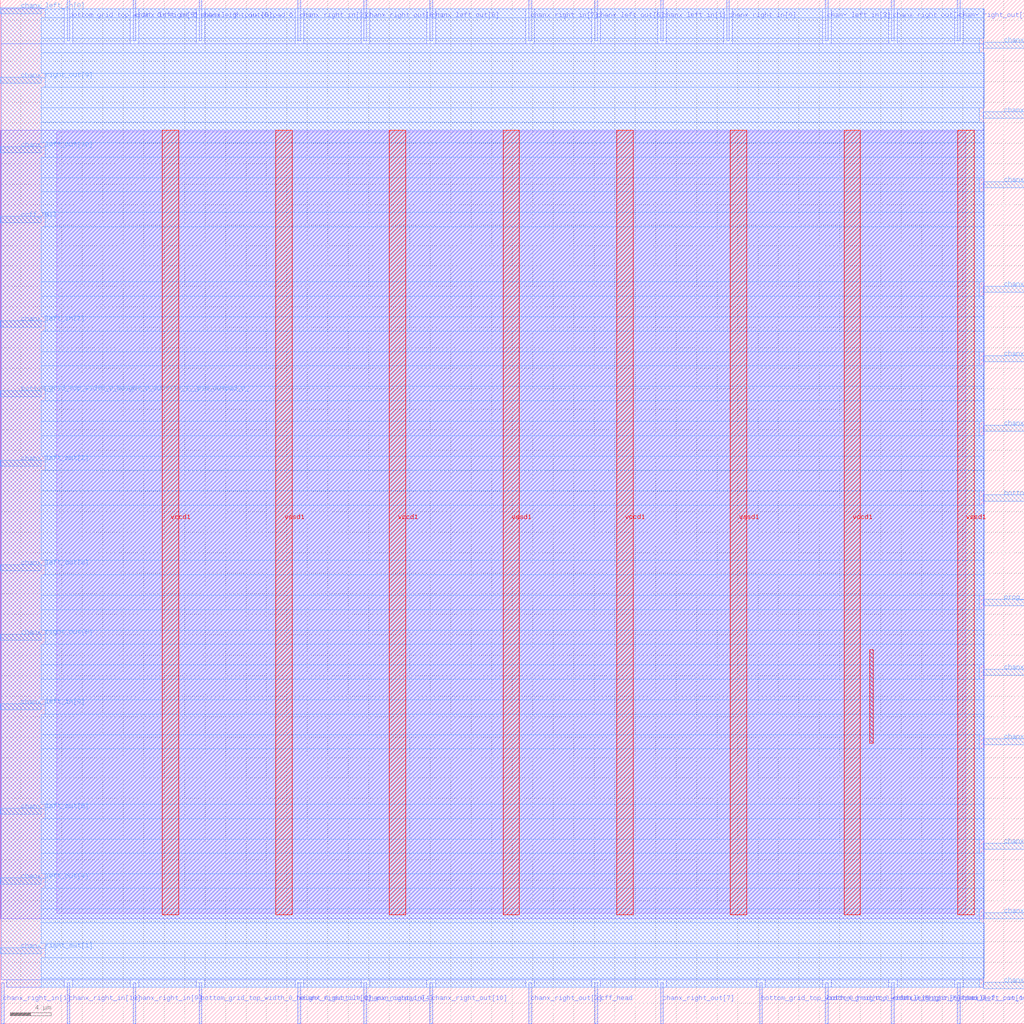
<source format=lef>
VERSION 5.7 ;
  NOWIREEXTENSIONATPIN ON ;
  DIVIDERCHAR "/" ;
  BUSBITCHARS "[]" ;
MACRO cbx_1__0_
  CLASS BLOCK ;
  FOREIGN cbx_1__0_ ;
  ORIGIN 0.000 0.000 ;
  SIZE 100.000 BY 100.000 ;
  PIN bottom_grid_top_width_0_height_0_subtile_0__pin_outpad_0_
    PORT
      LAYER met2 ;
        RECT 19.410 0.000 19.690 4.000 ;
    END
  END bottom_grid_top_width_0_height_0_subtile_0__pin_outpad_0_
  PIN bottom_grid_top_width_0_height_0_subtile_1__pin_outpad_0_
    PORT
      LAYER met3 ;
        RECT 0.000 61.240 4.000 61.840 ;
    END
  END bottom_grid_top_width_0_height_0_subtile_1__pin_outpad_0_
  PIN bottom_grid_top_width_0_height_0_subtile_2__pin_outpad_0_
    PORT
      LAYER met2 ;
        RECT 80.590 0.000 80.870 4.000 ;
    END
  END bottom_grid_top_width_0_height_0_subtile_2__pin_outpad_0_
  PIN bottom_grid_top_width_0_height_0_subtile_3__pin_outpad_0_
    PORT
      LAYER met2 ;
        RECT 6.530 96.000 6.810 100.000 ;
    END
  END bottom_grid_top_width_0_height_0_subtile_3__pin_outpad_0_
  PIN bottom_grid_top_width_0_height_0_subtile_4__pin_outpad_0_
    PORT
      LAYER met3 ;
        RECT 96.000 51.040 100.000 51.640 ;
    END
  END bottom_grid_top_width_0_height_0_subtile_4__pin_outpad_0_
  PIN bottom_grid_top_width_0_height_0_subtile_5__pin_outpad_0_
    PORT
      LAYER met2 ;
        RECT 74.150 0.000 74.430 4.000 ;
    END
  END bottom_grid_top_width_0_height_0_subtile_5__pin_outpad_0_
  PIN ccff_head
    PORT
      LAYER met2 ;
        RECT 58.050 0.000 58.330 4.000 ;
    END
  END ccff_head
  PIN ccff_tail
    PORT
      LAYER met3 ;
        RECT 0.000 78.240 4.000 78.840 ;
    END
  END ccff_tail
  PIN chanx_left_in[0]
    PORT
      LAYER met3 ;
        RECT 0.000 98.640 4.000 99.240 ;
    END
  END chanx_left_in[0]
  PIN chanx_left_in[10]
    PORT
      LAYER met3 ;
        RECT 96.000 10.240 100.000 10.840 ;
    END
  END chanx_left_in[10]
  PIN chanx_left_in[1]
    PORT
      LAYER met2 ;
        RECT 64.490 96.000 64.770 100.000 ;
    END
  END chanx_left_in[1]
  PIN chanx_left_in[2]
    PORT
      LAYER met3 ;
        RECT 96.000 3.440 100.000 4.040 ;
    END
  END chanx_left_in[2]
  PIN chanx_left_in[3]
    PORT
      LAYER met2 ;
        RECT 80.590 96.000 80.870 100.000 ;
    END
  END chanx_left_in[3]
  PIN chanx_left_in[4]
    PORT
      LAYER met3 ;
        RECT 96.000 17.040 100.000 17.640 ;
    END
  END chanx_left_in[4]
  PIN chanx_left_in[5]
    PORT
      LAYER met2 ;
        RECT 12.970 96.000 13.250 100.000 ;
    END
  END chanx_left_in[5]
  PIN chanx_left_in[6]
    PORT
      LAYER met3 ;
        RECT 96.000 27.240 100.000 27.840 ;
    END
  END chanx_left_in[6]
  PIN chanx_left_in[7]
    PORT
      LAYER met3 ;
        RECT 0.000 68.040 4.000 68.640 ;
    END
  END chanx_left_in[7]
  PIN chanx_left_in[8]
    PORT
      LAYER met3 ;
        RECT 96.000 88.440 100.000 89.040 ;
    END
  END chanx_left_in[8]
  PIN chanx_left_in[9]
    PORT
      LAYER met3 ;
        RECT 0.000 30.640 4.000 31.240 ;
    END
  END chanx_left_in[9]
  PIN chanx_left_out[0]
    PORT
      LAYER met3 ;
        RECT 0.000 44.240 4.000 44.840 ;
    END
  END chanx_left_out[0]
  PIN chanx_left_out[10]
    PORT
      LAYER met3 ;
        RECT 0.000 85.040 4.000 85.640 ;
    END
  END chanx_left_out[10]
  PIN chanx_left_out[1]
    PORT
      LAYER met2 ;
        RECT 93.470 0.000 93.750 4.000 ;
    END
  END chanx_left_out[1]
  PIN chanx_left_out[2]
    PORT
      LAYER met3 ;
        RECT 0.000 54.440 4.000 55.040 ;
    END
  END chanx_left_out[2]
  PIN chanx_left_out[3]
    PORT
      LAYER met3 ;
        RECT 96.000 71.440 100.000 72.040 ;
    END
  END chanx_left_out[3]
  PIN chanx_left_out[4]
    PORT
      LAYER met3 ;
        RECT 0.000 13.640 4.000 14.240 ;
    END
  END chanx_left_out[4]
  PIN chanx_left_out[5]
    PORT
      LAYER met2 ;
        RECT 58.050 96.000 58.330 100.000 ;
    END
  END chanx_left_out[5]
  PIN chanx_left_out[6]
    PORT
      LAYER met3 ;
        RECT 0.000 20.440 4.000 21.040 ;
    END
  END chanx_left_out[6]
  PIN chanx_left_out[7]
    PORT
      LAYER met3 ;
        RECT 96.000 95.240 100.000 95.840 ;
    END
  END chanx_left_out[7]
  PIN chanx_left_out[8]
    PORT
      LAYER met2 ;
        RECT 41.950 96.000 42.230 100.000 ;
    END
  END chanx_left_out[8]
  PIN chanx_left_out[9]
    PORT
      LAYER met3 ;
        RECT 96.000 57.840 100.000 58.440 ;
    END
  END chanx_left_out[9]
  PIN chanx_right_in[0]
    PORT
      LAYER met2 ;
        RECT 70.930 96.000 71.210 100.000 ;
    END
  END chanx_right_in[0]
  PIN chanx_right_in[10]
    PORT
      LAYER met2 ;
        RECT 6.530 0.000 6.810 4.000 ;
    END
  END chanx_right_in[10]
  PIN chanx_right_in[1]
    PORT
      LAYER met2 ;
        RECT 0.090 0.000 0.370 4.000 ;
    END
  END chanx_right_in[1]
  PIN chanx_right_in[2]
    PORT
      LAYER met2 ;
        RECT 29.070 96.000 29.350 100.000 ;
    END
  END chanx_right_in[2]
  PIN chanx_right_in[3]
    PORT
      LAYER met3 ;
        RECT 96.000 81.640 100.000 82.240 ;
    END
  END chanx_right_in[3]
  PIN chanx_right_in[4]
    PORT
      LAYER met2 ;
        RECT 35.510 0.000 35.790 4.000 ;
    END
  END chanx_right_in[4]
  PIN chanx_right_in[5]
    PORT
      LAYER met3 ;
        RECT 96.000 64.640 100.000 65.240 ;
    END
  END chanx_right_in[5]
  PIN chanx_right_in[6]
    PORT
      LAYER met2 ;
        RECT 87.030 0.000 87.310 4.000 ;
    END
  END chanx_right_in[6]
  PIN chanx_right_in[7]
    PORT
      LAYER met2 ;
        RECT 51.610 96.000 51.890 100.000 ;
    END
  END chanx_right_in[7]
  PIN chanx_right_in[8]
    PORT
      LAYER met3 ;
        RECT 96.000 34.040 100.000 34.640 ;
    END
  END chanx_right_in[8]
  PIN chanx_right_in[9]
    PORT
      LAYER met2 ;
        RECT 12.970 0.000 13.250 4.000 ;
    END
  END chanx_right_in[9]
  PIN chanx_right_out[0]
    PORT
      LAYER met2 ;
        RECT 29.070 0.000 29.350 4.000 ;
    END
  END chanx_right_out[0]
  PIN chanx_right_out[10]
    PORT
      LAYER met2 ;
        RECT 41.950 0.000 42.230 4.000 ;
    END
  END chanx_right_out[10]
  PIN chanx_right_out[1]
    PORT
      LAYER met3 ;
        RECT 0.000 6.840 4.000 7.440 ;
    END
  END chanx_right_out[1]
  PIN chanx_right_out[2]
    PORT
      LAYER met2 ;
        RECT 51.610 0.000 51.890 4.000 ;
    END
  END chanx_right_out[2]
  PIN chanx_right_out[3]
    PORT
      LAYER met2 ;
        RECT 93.470 96.000 93.750 100.000 ;
    END
  END chanx_right_out[3]
  PIN chanx_right_out[4]
    PORT
      LAYER met2 ;
        RECT 87.030 96.000 87.310 100.000 ;
    END
  END chanx_right_out[4]
  PIN chanx_right_out[5]
    PORT
      LAYER met2 ;
        RECT 19.410 96.000 19.690 100.000 ;
    END
  END chanx_right_out[5]
  PIN chanx_right_out[6]
    PORT
      LAYER met2 ;
        RECT 35.510 96.000 35.790 100.000 ;
    END
  END chanx_right_out[6]
  PIN chanx_right_out[7]
    PORT
      LAYER met2 ;
        RECT 64.490 0.000 64.770 4.000 ;
    END
  END chanx_right_out[7]
  PIN chanx_right_out[8]
    PORT
      LAYER met3 ;
        RECT 0.000 37.440 4.000 38.040 ;
    END
  END chanx_right_out[8]
  PIN chanx_right_out[9]
    PORT
      LAYER met3 ;
        RECT 0.000 91.840 4.000 92.440 ;
    END
  END chanx_right_out[9]
  PIN prog_clk
    PORT
      LAYER met3 ;
        RECT 96.000 40.840 100.000 41.440 ;
    END
  END prog_clk
  PIN vccd1
    PORT
      LAYER met4 ;
        RECT 82.400 10.640 84.000 87.280 ;
    END
    PORT
      LAYER met4 ;
        RECT 60.205 10.640 61.805 87.280 ;
    END
    PORT
      LAYER met4 ;
        RECT 38.010 10.640 39.610 87.280 ;
    END
    PORT
      LAYER met4 ;
        RECT 15.815 10.640 17.415 87.280 ;
    END
  END vccd1
  PIN vssd1
    PORT
      LAYER met4 ;
        RECT 93.495 10.640 95.095 87.280 ;
    END
    PORT
      LAYER met4 ;
        RECT 71.300 10.640 72.900 87.280 ;
    END
    PORT
      LAYER met4 ;
        RECT 49.105 10.640 50.705 87.280 ;
    END
    PORT
      LAYER met4 ;
        RECT 26.910 10.640 28.510 87.280 ;
    END
  END vssd1
  OBS
      LAYER li1 ;
        RECT 5.520 10.795 94.300 87.125 ;
      LAYER met1 ;
        RECT 0.070 10.240 96.070 87.280 ;
      LAYER met2 ;
        RECT 0.100 95.720 6.250 99.125 ;
        RECT 7.090 95.720 12.690 99.125 ;
        RECT 13.530 95.720 19.130 99.125 ;
        RECT 19.970 95.720 28.790 99.125 ;
        RECT 29.630 95.720 35.230 99.125 ;
        RECT 36.070 95.720 41.670 99.125 ;
        RECT 42.510 95.720 51.330 99.125 ;
        RECT 52.170 95.720 57.770 99.125 ;
        RECT 58.610 95.720 64.210 99.125 ;
        RECT 65.050 95.720 70.650 99.125 ;
        RECT 71.490 95.720 80.310 99.125 ;
        RECT 81.150 95.720 86.750 99.125 ;
        RECT 87.590 95.720 93.190 99.125 ;
        RECT 94.030 95.720 96.050 99.125 ;
        RECT 0.100 4.280 96.050 95.720 ;
        RECT 0.650 3.555 6.250 4.280 ;
        RECT 7.090 3.555 12.690 4.280 ;
        RECT 13.530 3.555 19.130 4.280 ;
        RECT 19.970 3.555 28.790 4.280 ;
        RECT 29.630 3.555 35.230 4.280 ;
        RECT 36.070 3.555 41.670 4.280 ;
        RECT 42.510 3.555 51.330 4.280 ;
        RECT 52.170 3.555 57.770 4.280 ;
        RECT 58.610 3.555 64.210 4.280 ;
        RECT 65.050 3.555 73.870 4.280 ;
        RECT 74.710 3.555 80.310 4.280 ;
        RECT 81.150 3.555 86.750 4.280 ;
        RECT 87.590 3.555 93.190 4.280 ;
        RECT 94.030 3.555 96.050 4.280 ;
      LAYER met3 ;
        RECT 4.400 98.240 96.075 99.105 ;
        RECT 4.000 96.240 96.075 98.240 ;
        RECT 4.000 94.840 95.600 96.240 ;
        RECT 4.000 92.840 96.075 94.840 ;
        RECT 4.400 91.440 96.075 92.840 ;
        RECT 4.000 89.440 96.075 91.440 ;
        RECT 4.000 88.040 95.600 89.440 ;
        RECT 4.000 86.040 96.075 88.040 ;
        RECT 4.400 84.640 96.075 86.040 ;
        RECT 4.000 82.640 96.075 84.640 ;
        RECT 4.000 81.240 95.600 82.640 ;
        RECT 4.000 79.240 96.075 81.240 ;
        RECT 4.400 77.840 96.075 79.240 ;
        RECT 4.000 72.440 96.075 77.840 ;
        RECT 4.000 71.040 95.600 72.440 ;
        RECT 4.000 69.040 96.075 71.040 ;
        RECT 4.400 67.640 96.075 69.040 ;
        RECT 4.000 65.640 96.075 67.640 ;
        RECT 4.000 64.240 95.600 65.640 ;
        RECT 4.000 62.240 96.075 64.240 ;
        RECT 4.400 60.840 96.075 62.240 ;
        RECT 4.000 58.840 96.075 60.840 ;
        RECT 4.000 57.440 95.600 58.840 ;
        RECT 4.000 55.440 96.075 57.440 ;
        RECT 4.400 54.040 96.075 55.440 ;
        RECT 4.000 52.040 96.075 54.040 ;
        RECT 4.000 50.640 95.600 52.040 ;
        RECT 4.000 45.240 96.075 50.640 ;
        RECT 4.400 43.840 96.075 45.240 ;
        RECT 4.000 41.840 96.075 43.840 ;
        RECT 4.000 40.440 95.600 41.840 ;
        RECT 4.000 38.440 96.075 40.440 ;
        RECT 4.400 37.040 96.075 38.440 ;
        RECT 4.000 35.040 96.075 37.040 ;
        RECT 4.000 33.640 95.600 35.040 ;
        RECT 4.000 31.640 96.075 33.640 ;
        RECT 4.400 30.240 96.075 31.640 ;
        RECT 4.000 28.240 96.075 30.240 ;
        RECT 4.000 26.840 95.600 28.240 ;
        RECT 4.000 21.440 96.075 26.840 ;
        RECT 4.400 20.040 96.075 21.440 ;
        RECT 4.000 18.040 96.075 20.040 ;
        RECT 4.000 16.640 95.600 18.040 ;
        RECT 4.000 14.640 96.075 16.640 ;
        RECT 4.400 13.240 96.075 14.640 ;
        RECT 4.000 11.240 96.075 13.240 ;
        RECT 4.000 9.840 95.600 11.240 ;
        RECT 4.000 7.840 96.075 9.840 ;
        RECT 4.400 6.440 96.075 7.840 ;
        RECT 4.000 4.440 96.075 6.440 ;
        RECT 4.000 3.575 95.600 4.440 ;
      LAYER met4 ;
        RECT 84.935 27.375 85.265 36.545 ;
  END
END cbx_1__0_
END LIBRARY


</source>
